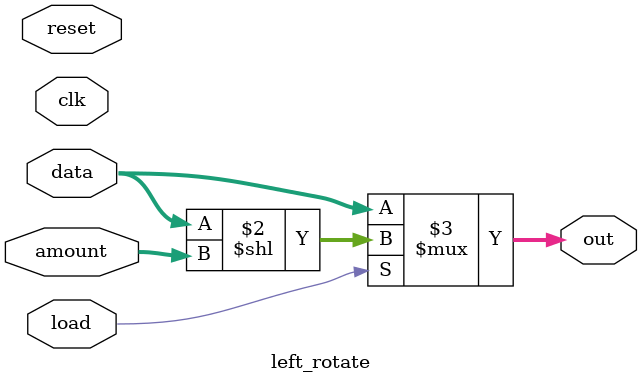
<source format=v>
module left_rotate(clk,reset,amount,data,load,out);
input clk,reset;
input [2:0] amount;
input [7:0] data;
input load;
output reg [7:0] out;
// when load is high, load data to out
// otherwise rotate the out register followed by left shift the out register by amount bits
assign out = (load == 1) ? (data << amount) : data;
endmodule

</source>
